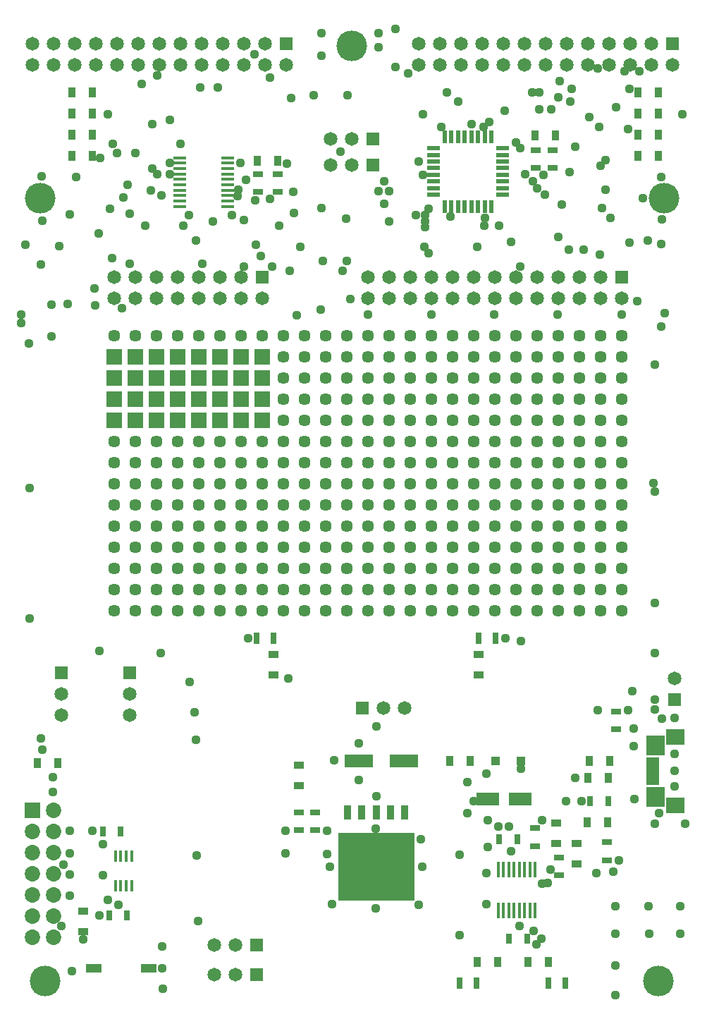
<source format=gbr>
G04 ================== begin FILE IDENTIFICATION RECORD ==================*
G04 Layout Name:  mlpmcu-Rev1.9.brd*
G04 Film Name:    LaPi-SoldermaskTop-Rev1-9-Final*
G04 File Format:  Gerber RS274X*
G04 File Origin:  Cadence Allegro 16.5-P002*
G04 Origin Date:  Wed Apr 10 14:32:15 2013*
G04 *
G04 Layer:  VIA CLASS/SOLDERMASK_TOP*
G04 Layer:  PIN/SOLDERMASK_TOP*
G04 Layer:  PACKAGE GEOMETRY/SOLDERMASK_TOP*
G04 Layer:  BOARD GEOMETRY/SOLDERMASK_TOP*
G04 *
G04 Offset:    (0.00 0.00)*
G04 Mirror:    No*
G04 Mode:      Positive*
G04 Rotation:  0*
G04 FullContactRelief:  No*
G04 UndefLineWidth:     0.00*
G04 ================== end FILE IDENTIFICATION RECORD ====================*
%FSAX25Y25*MOIN*%
%IR0*IPPOS*OFA0.00000B0.00000*MIA0B0*SFA1.00000B1.00000*%
%ADD27C,.026*%
%ADD12C,.044*%
%ADD11C,.073*%
%ADD13R,.073X.073*%
%ADD33R,.10866X.0622*%
%ADD29R,.13819X.06102*%
%ADD22R,.075X.075*%
%ADD21C,.05709*%
%ADD15C,.06496*%
%ADD16R,.06496X.06496*%
%ADD36R,.063X.026*%
%ADD10C,.145*%
%ADD37R,.085X.073*%
%ADD34R,.04016X.04055*%
%ADD35R,.089X.093*%
%ADD30R,.02087X.06142*%
%ADD23R,.06063X.01535*%
%ADD31R,.06142X.02087*%
%ADD26R,.35551X.31732*%
%ADD19R,.07441X.04055*%
%ADD14R,.0374X.05157*%
%ADD17R,.05157X.0374*%
%ADD32R,.01614X.07756*%
%ADD20R,.01575X.05591*%
%ADD24R,.02992X.05354*%
%ADD18R,.02598X.05157*%
%ADD28R,.03622X.06969*%
%ADD25R,.05157X.02598*%
G75*
%LPD*%
G75*
G36*
G01X0153500Y0085000D02*
Y0053000D01*
X0189500D01*
Y0085000D01*
X0153500D01*
G37*
G54D10*
X0015000Y0015000D03*
X0012500Y0385000D03*
X0160000Y0457000D03*
X0305000Y0015000D03*
X0307500Y0385000D03*
G54D20*
X0048161Y0073969D03*
X0050720D03*
X0053280D03*
X0055839D03*
Y0060031D03*
X0053280D03*
X0050720D03*
X0048161D03*
G54D11*
X0019000Y0035500D03*
X0009000D03*
X0019000Y0045500D03*
X0009000D03*
X0019000Y0055500D03*
X0009000D03*
X0019000Y0065500D03*
X0009000D03*
X0019000Y0075500D03*
X0009000D03*
X0019000Y0085500D03*
X0009000D03*
X0019000Y0095500D03*
G54D30*
X0210276Y0381043D03*
X0207126D03*
X0203976D03*
Y0413957D03*
X0207126D03*
X0210276D03*
X0226024Y0381043D03*
X0222874D03*
X0219724D03*
X0216575D03*
X0213425D03*
Y0413957D03*
X0216575D03*
X0219724D03*
X0222874D03*
X0226024D03*
G54D21*
X0057500Y0190000D03*
X0047500D03*
X0057500Y0220000D03*
Y0210000D03*
Y0200000D03*
X0047500Y0220000D03*
Y0210000D03*
Y0200000D03*
X0057500Y0250000D03*
Y0240000D03*
Y0230000D03*
X0047500Y0250000D03*
Y0240000D03*
Y0230000D03*
X0057500Y0270000D03*
Y0260000D03*
X0047500Y0270000D03*
Y0260000D03*
X0057500Y0320000D03*
X0047500D03*
X0087500Y0190000D03*
X0077500D03*
X0067500D03*
X0087500Y0220000D03*
Y0210000D03*
Y0200000D03*
X0077500Y0220000D03*
Y0210000D03*
Y0200000D03*
X0067500Y0220000D03*
Y0210000D03*
Y0200000D03*
X0087500Y0250000D03*
Y0240000D03*
Y0230000D03*
X0077500Y0250000D03*
Y0240000D03*
Y0230000D03*
X0067500Y0250000D03*
Y0240000D03*
Y0230000D03*
X0087500Y0270000D03*
Y0260000D03*
X0077500Y0270000D03*
Y0260000D03*
X0067500Y0270000D03*
Y0260000D03*
X0087500Y0320000D03*
X0077500D03*
X0067500D03*
X0117500Y0190000D03*
X0107500D03*
X0097500D03*
X0117500Y0220000D03*
Y0210000D03*
Y0200000D03*
X0107500Y0220000D03*
Y0210000D03*
Y0200000D03*
X0097500Y0220000D03*
Y0210000D03*
Y0200000D03*
X0117500Y0250000D03*
Y0240000D03*
Y0230000D03*
X0107500Y0250000D03*
Y0240000D03*
Y0230000D03*
X0097500Y0250000D03*
Y0240000D03*
Y0230000D03*
X0117500Y0270000D03*
Y0260000D03*
X0107500Y0270000D03*
Y0260000D03*
X0097500Y0270000D03*
Y0260000D03*
X0117500Y0320000D03*
X0107500D03*
X0097500D03*
X0147500Y0190000D03*
X0137500D03*
X0127500D03*
X0147500Y0220000D03*
Y0210000D03*
Y0200000D03*
X0137500Y0220000D03*
Y0210000D03*
Y0200000D03*
X0127500Y0220000D03*
Y0210000D03*
Y0200000D03*
X0147500Y0250000D03*
Y0240000D03*
Y0230000D03*
X0137500Y0250000D03*
Y0240000D03*
Y0230000D03*
X0127500Y0250000D03*
Y0240000D03*
Y0230000D03*
X0147500Y0280000D03*
Y0270000D03*
Y0260000D03*
X0137500Y0280000D03*
Y0270000D03*
Y0260000D03*
X0127500Y0280000D03*
Y0270000D03*
Y0260000D03*
X0147500Y0310000D03*
Y0300000D03*
Y0290000D03*
X0137500Y0310000D03*
Y0300000D03*
Y0290000D03*
X0127500Y0310000D03*
Y0300000D03*
Y0290000D03*
X0147500Y0320000D03*
X0137500D03*
X0127500D03*
X0177500Y0190000D03*
X0167500D03*
X0157500D03*
X0177500Y0220000D03*
Y0210000D03*
Y0200000D03*
X0167500Y0220000D03*
Y0210000D03*
Y0200000D03*
X0157500Y0220000D03*
Y0210000D03*
Y0200000D03*
X0177500Y0250000D03*
Y0240000D03*
Y0230000D03*
X0167500Y0250000D03*
Y0240000D03*
Y0230000D03*
X0157500Y0250000D03*
Y0240000D03*
Y0230000D03*
X0177500Y0280000D03*
Y0270000D03*
Y0260000D03*
X0167500Y0280000D03*
Y0270000D03*
Y0260000D03*
X0157500Y0280000D03*
Y0270000D03*
Y0260000D03*
X0177500Y0310000D03*
Y0300000D03*
Y0290000D03*
X0167500Y0310000D03*
Y0300000D03*
Y0290000D03*
X0157500Y0310000D03*
Y0300000D03*
Y0290000D03*
X0177500Y0320000D03*
X0167500D03*
X0157500D03*
X0207500Y0190000D03*
X0197500D03*
X0187500D03*
X0207500Y0220000D03*
Y0210000D03*
Y0200000D03*
X0197500Y0220000D03*
Y0210000D03*
Y0200000D03*
X0187500Y0220000D03*
Y0210000D03*
Y0200000D03*
X0207500Y0250000D03*
Y0240000D03*
Y0230000D03*
X0197500Y0250000D03*
Y0240000D03*
Y0230000D03*
X0187500Y0250000D03*
Y0240000D03*
Y0230000D03*
X0207500Y0280000D03*
Y0270000D03*
Y0260000D03*
X0197500Y0280000D03*
Y0270000D03*
Y0260000D03*
X0187500Y0280000D03*
Y0270000D03*
Y0260000D03*
X0207500Y0310000D03*
Y0300000D03*
Y0290000D03*
X0197500Y0310000D03*
Y0300000D03*
Y0290000D03*
X0187500Y0310000D03*
Y0300000D03*
Y0290000D03*
X0207500Y0320000D03*
X0197500D03*
X0187500D03*
X0237500Y0190000D03*
X0227500D03*
X0217500D03*
X0237500Y0220000D03*
Y0210000D03*
Y0200000D03*
X0227500Y0220000D03*
Y0210000D03*
Y0200000D03*
X0217500Y0220000D03*
Y0210000D03*
Y0200000D03*
X0237500Y0250000D03*
Y0240000D03*
Y0230000D03*
X0227500Y0250000D03*
Y0240000D03*
Y0230000D03*
X0217500Y0250000D03*
Y0240000D03*
Y0230000D03*
X0237500Y0280000D03*
Y0270000D03*
Y0260000D03*
X0227500Y0280000D03*
Y0270000D03*
Y0260000D03*
X0217500Y0280000D03*
Y0270000D03*
Y0260000D03*
X0237500Y0310000D03*
Y0300000D03*
Y0290000D03*
X0227500Y0310000D03*
Y0300000D03*
Y0290000D03*
X0217500Y0310000D03*
Y0300000D03*
Y0290000D03*
X0237500Y0320000D03*
X0227500D03*
X0217500D03*
X0267500Y0190000D03*
X0257500D03*
X0247500D03*
X0267500Y0220000D03*
Y0210000D03*
Y0200000D03*
X0257500Y0220000D03*
Y0210000D03*
Y0200000D03*
X0247500Y0220000D03*
Y0210000D03*
Y0200000D03*
X0267500Y0250000D03*
Y0240000D03*
Y0230000D03*
X0257500Y0250000D03*
Y0240000D03*
Y0230000D03*
X0247500Y0250000D03*
Y0240000D03*
Y0230000D03*
X0267500Y0280000D03*
Y0270000D03*
Y0260000D03*
X0257500Y0280000D03*
Y0270000D03*
Y0260000D03*
X0247500Y0280000D03*
Y0270000D03*
Y0260000D03*
X0267500Y0310000D03*
Y0300000D03*
Y0290000D03*
X0257500Y0310000D03*
Y0300000D03*
Y0290000D03*
X0247500Y0310000D03*
Y0300000D03*
Y0290000D03*
X0267500Y0320000D03*
X0257500D03*
X0247500D03*
X0287500Y0190000D03*
X0277500D03*
X0287500Y0220000D03*
Y0210000D03*
Y0200000D03*
X0277500Y0220000D03*
Y0210000D03*
Y0200000D03*
X0287500Y0250000D03*
Y0240000D03*
Y0230000D03*
X0277500Y0250000D03*
Y0240000D03*
Y0230000D03*
X0287500Y0280000D03*
Y0270000D03*
Y0260000D03*
X0277500Y0280000D03*
Y0270000D03*
Y0260000D03*
X0287500Y0310000D03*
Y0300000D03*
Y0290000D03*
X0277500Y0310000D03*
Y0300000D03*
Y0290000D03*
X0287500Y0320000D03*
X0277500D03*
G54D12*
X0022800Y0040800D03*
X0027721Y0019550D03*
X0026800Y0075300D03*
Y0065300D03*
Y0055300D03*
X0023650Y0069973D03*
X0018800Y0104300D03*
X0026800Y0085800D03*
X0013650Y0124179D03*
X0018800Y0111300D03*
X0013000Y0129500D03*
X0007800Y0186300D03*
Y0247800D03*
X0007300Y0316300D03*
X0025800Y0334800D03*
X0003800Y0329800D03*
X0018000Y0334500D03*
Y0319500D03*
X0003800Y0325800D03*
X0021800Y0362300D03*
X0005800Y0362800D03*
X0013800Y0374300D03*
X0013000Y0353500D03*
X0026800Y0377300D03*
X0029800Y0394800D03*
X0013300Y0395300D03*
X0040800Y0045800D03*
X0033000Y0034587D03*
X0049780Y0051023D03*
X0042300Y0064800D03*
X0044800Y0053300D03*
X0037300Y0085800D03*
X0042320Y0079465D03*
X0040800Y0170800D03*
X0038800Y0334300D03*
X0038300Y0342300D03*
X0051300Y0332800D03*
X0055048Y0353948D03*
X0040343Y0368100D03*
X0046500Y0356500D03*
X0055048Y0377500D03*
X0052002Y0385164D03*
X0040913Y0404016D03*
X0045552Y0379982D03*
X0054056Y0391220D03*
X0049099Y0406216D03*
X0057500D03*
X0046899Y0410616D03*
X0044699Y0424728D03*
X0060500Y0438881D03*
X0070800Y0011300D03*
X0087300Y0043300D03*
X0070300Y0031300D03*
Y0020800D03*
X0086800Y0074300D03*
X0086300Y0128800D03*
X0083300Y0156300D03*
X0085800Y0141800D03*
X0069800Y0169800D03*
X0080300Y0371800D03*
X0086300Y0364800D03*
X0062248Y0371801D03*
X0082888Y0376916D03*
X0089467Y0353948D03*
X0073890Y0401457D03*
X0065790Y0398898D03*
X0073890Y0396339D03*
X0067990D03*
X0065048Y0388661D03*
X0070090Y0386102D03*
X0073890Y0422000D03*
X0065790Y0420000D03*
X0079000Y0410616D03*
X0088300Y0437300D03*
X0067990Y0443052D03*
X0110969Y0177000D03*
X0114800Y0362800D03*
X0094448Y0374000D03*
X0117000Y0357648D03*
X0109009Y0352448D03*
Y0374716D03*
X0103310Y0376916D03*
X0114300Y0383800D03*
X0110000Y0393500D03*
X0121400Y0384633D03*
X0106110Y0385970D03*
X0106322Y0388870D03*
X0107410Y0401457D03*
X0096800Y0437300D03*
X0121400Y0441960D03*
X0113948Y0452748D03*
X0150800Y0051300D03*
X0148300Y0074800D03*
X0128800Y0075300D03*
X0149800Y0068800D03*
X0128800Y0085800D03*
X0148300D03*
X0151800Y0119300D03*
X0130000Y0158000D03*
X0134000Y0329500D03*
X0145300Y0332300D03*
X0135500Y0362051D03*
X0125800Y0371800D03*
X0146300Y0355300D03*
X0130500Y0350500D03*
X0122248Y0352448D03*
X0132300Y0387800D03*
X0129300Y0401300D03*
X0132800Y0377800D03*
X0145800Y0380300D03*
X0142000Y0433500D03*
X0131300Y0432300D03*
X0145800Y0452300D03*
Y0462800D03*
X0171300Y0049300D03*
X0171800Y0102300D03*
X0171300Y0086800D03*
X0171800Y0135300D03*
X0163300Y0109800D03*
Y0127300D03*
X0159300Y0337300D03*
X0167800Y0329800D03*
X0157800Y0355300D03*
X0157300Y0375300D03*
X0155600Y0350500D03*
X0177500Y0374074D03*
X0154800Y0406800D03*
X0175300Y0382221D03*
Y0392776D03*
X0177592Y0388169D03*
X0172548Y0388248D03*
X0158000Y0433500D03*
X0180800Y0446800D03*
Y0464800D03*
X0172800Y0456300D03*
Y0462800D03*
X0210965Y0036635D03*
X0191800Y0050800D03*
X0193300Y0068800D03*
X0210965Y0074665D03*
X0192800Y0081800D03*
X0197800Y0329800D03*
X0196450Y0358948D03*
X0190200Y0376972D03*
X0194600D03*
X0206583Y0376272D03*
X0194600Y0374072D03*
Y0371172D03*
X0194400Y0361848D03*
X0196450Y0379872D03*
X0191572Y0402224D03*
X0193772Y0395925D03*
X0205073Y0434828D03*
X0193772Y0424728D03*
X0210248Y0430428D03*
X0202248Y0418728D03*
X0186552Y0443822D03*
X0239260Y0040776D03*
X0223800Y0065800D03*
Y0051300D03*
X0235300Y0076300D03*
X0234300Y0087800D03*
X0224300Y0090800D03*
X0214800Y0094300D03*
X0224300Y0078300D03*
X0229300Y0087800D03*
X0217507Y0100000D03*
X0240102Y0115272D03*
X0223800Y0112800D03*
X0214800Y0108800D03*
X0240102Y0175501D03*
X0232532Y0177000D03*
X0227300Y0329800D03*
X0239700Y0352448D03*
X0222752Y0371972D03*
X0229700D03*
X0235300Y0364200D03*
X0219467Y0361848D03*
X0222874Y0375672D03*
X0242000Y0396375D03*
X0239700Y0408730D03*
X0237500Y0411268D03*
X0222331Y0418728D03*
X0216575Y0420029D03*
X0232248Y0426128D03*
X0224951Y0420928D03*
X0247300Y0032300D03*
X0249753Y0034779D03*
X0245831Y0038479D03*
X0252800Y0061300D03*
X0249879Y0060869D03*
X0253821Y0067724D03*
X0268800Y0099800D03*
X0261300Y0100000D03*
X0249879Y0091031D03*
X0265699Y0111000D03*
X0257300Y0329800D03*
X0269700Y0360500D03*
X0262752D03*
X0257500Y0366460D03*
X0259300Y0381800D03*
X0250800Y0395800D03*
X0263000Y0397375D03*
X0251248Y0386476D03*
X0247500Y0389626D03*
X0245652Y0392776D03*
X0265800Y0409300D03*
X0245216Y0434828D03*
X0257500Y0432628D03*
X0248548Y0434828D03*
Y0426928D03*
X0254448D03*
X0263152Y0430428D03*
X0264064Y0436422D03*
X0258247Y0440122D03*
X0284800Y0008300D03*
X0300800Y0037300D03*
X0284800D03*
Y0022300D03*
X0275800Y0065800D03*
X0300300Y0050300D03*
X0284800D03*
X0286300Y0071800D03*
X0283799Y0066700D03*
X0293800Y0100800D03*
X0293300Y0134300D03*
Y0125800D03*
X0292800Y0151800D03*
X0276300Y0142800D03*
X0290800D03*
X0287800Y0329800D03*
X0294948Y0336152D03*
X0291300Y0363800D03*
X0277300Y0358300D03*
X0282248Y0375461D03*
X0299848Y0365000D03*
X0297800Y0384800D03*
X0277800Y0400300D03*
X0278300Y0380300D03*
X0280000Y0389000D03*
Y0402800D03*
X0285000Y0428000D03*
X0272248Y0423128D03*
X0277101Y0418728D03*
X0291288Y0436422D03*
X0290787Y0417501D03*
X0289000Y0445000D03*
X0296000D03*
X0276448Y0446164D03*
X0315300Y0037300D03*
Y0050300D03*
X0312800Y0106800D03*
X0305300Y0094300D03*
X0303300Y0089300D03*
X0317800D03*
X0312800Y0122300D03*
Y0114300D03*
X0306800Y0138800D03*
X0303300Y0143300D03*
X0312800Y0139300D03*
X0303300Y0148000D03*
Y0169800D03*
Y0193700D03*
X0302800Y0250300D03*
X0303300Y0246300D03*
Y0306300D03*
X0308000Y0330500D03*
X0306300Y0324300D03*
X0306800Y0374800D03*
X0306300Y0363300D03*
Y0394800D03*
X0316248Y0424628D03*
G54D31*
X0198543Y0386476D03*
Y0389626D03*
Y0392776D03*
Y0395925D03*
Y0399075D03*
Y0402224D03*
Y0405374D03*
Y0408524D03*
X0231457Y0405374D03*
Y0402224D03*
Y0399075D03*
Y0395925D03*
Y0392776D03*
Y0389626D03*
Y0386476D03*
Y0408524D03*
G54D22*
X0057500Y0280000D03*
X0047500D03*
X0057500Y0310000D03*
Y0300000D03*
Y0290000D03*
X0047500Y0310000D03*
Y0300000D03*
Y0290000D03*
X0087500Y0280000D03*
X0077500D03*
X0067500D03*
X0087500Y0310000D03*
Y0300000D03*
Y0290000D03*
X0077500Y0310000D03*
Y0300000D03*
Y0290000D03*
X0067500Y0310000D03*
Y0300000D03*
Y0290000D03*
X0117500Y0280000D03*
X0107500D03*
X0097500D03*
X0117500Y0310000D03*
Y0300000D03*
Y0290000D03*
X0107500Y0310000D03*
Y0300000D03*
Y0290000D03*
X0097500Y0310000D03*
Y0300000D03*
Y0290000D03*
G54D13*
X0009000Y0095500D03*
G54D32*
X0239260Y0048276D03*
X0236740D03*
X0234260D03*
X0231740D03*
X0229260D03*
Y0067724D03*
X0231740D03*
X0234260D03*
X0236740D03*
X0239260D03*
X0246740Y0048276D03*
X0244260D03*
X0241740D03*
Y0067724D03*
X0244260D03*
X0246740D03*
G54D14*
X0011157Y0118000D03*
X0020843D03*
X0027657Y0405000D03*
Y0415000D03*
Y0425000D03*
Y0435000D03*
X0037343Y0405000D03*
Y0415000D03*
Y0425000D03*
Y0435000D03*
X0115157Y0402500D03*
X0124843D03*
X0206157Y0119000D03*
X0228843Y0024000D03*
X0219157D03*
X0215843Y0119000D03*
X0243157Y0024000D03*
X0252843D03*
X0271157Y0090000D03*
X0271657Y0111000D03*
X0246657Y0414500D03*
X0256343D03*
X0280843Y0090000D03*
X0281843Y0119000D03*
X0272157D03*
X0281343Y0111000D03*
X0295157Y0405000D03*
Y0415000D03*
Y0425000D03*
Y0435000D03*
X0304843Y0405000D03*
Y0415000D03*
Y0425000D03*
Y0435000D03*
G54D23*
X0078622Y0380984D03*
Y0383543D03*
Y0386102D03*
Y0388661D03*
Y0391220D03*
Y0393780D03*
Y0396339D03*
Y0398898D03*
Y0401457D03*
Y0404016D03*
X0101378D03*
Y0401457D03*
Y0398898D03*
Y0396339D03*
Y0393780D03*
Y0391220D03*
Y0388661D03*
Y0386102D03*
Y0383543D03*
Y0380984D03*
G54D24*
X0114965Y0177000D03*
X0123035D03*
X0210965Y0013800D03*
X0219035D03*
X0219965Y0177000D03*
X0228035D03*
X0252865Y0013800D03*
X0260935D03*
G54D15*
X0022500Y0140500D03*
Y0150500D03*
X0009000Y0448000D03*
Y0458000D03*
X0019000Y0448000D03*
Y0458000D03*
X0029000Y0448000D03*
Y0458000D03*
X0055000Y0140500D03*
Y0150500D03*
X0047500Y0337500D03*
Y0347500D03*
X0057500Y0337500D03*
Y0347500D03*
X0039000Y0448000D03*
Y0458000D03*
X0049000Y0448000D03*
Y0458000D03*
X0059000Y0448000D03*
Y0458000D03*
X0067500Y0337500D03*
Y0347500D03*
X0077500Y0337500D03*
Y0347500D03*
X0087500Y0337500D03*
Y0347500D03*
X0069000Y0448000D03*
Y0458000D03*
X0079000Y0448000D03*
Y0458000D03*
X0089000Y0448000D03*
Y0458000D03*
X0095000Y0018000D03*
X0105000D03*
X0095000Y0032000D03*
X0105000D03*
X0097500Y0337500D03*
Y0347500D03*
X0107500Y0337500D03*
Y0347500D03*
X0117500Y0337500D03*
X0099000Y0448000D03*
Y0458000D03*
X0109000Y0448000D03*
Y0458000D03*
X0119000Y0448000D03*
Y0458000D03*
X0150000Y0400500D03*
Y0413000D03*
X0129000Y0448000D03*
X0175000Y0144000D03*
X0167500Y0337500D03*
Y0347500D03*
X0177500Y0337500D03*
Y0347500D03*
X0160000Y0400500D03*
Y0413000D03*
X0185000Y0144000D03*
X0187500Y0337500D03*
Y0347500D03*
X0197500Y0337500D03*
Y0347500D03*
X0207500Y0337500D03*
Y0347500D03*
X0191500Y0448000D03*
Y0458000D03*
X0201500Y0448000D03*
Y0458000D03*
X0211500Y0448000D03*
Y0458000D03*
X0217500Y0337500D03*
Y0347500D03*
X0227500Y0337500D03*
Y0347500D03*
X0237500Y0337500D03*
Y0347500D03*
X0221500Y0448000D03*
Y0458000D03*
X0231500Y0448000D03*
Y0458000D03*
X0241500Y0448000D03*
Y0458000D03*
X0247500Y0337500D03*
Y0347500D03*
X0257500Y0337500D03*
Y0347500D03*
X0267500Y0337500D03*
Y0347500D03*
X0251500Y0448000D03*
Y0458000D03*
X0261500Y0448000D03*
Y0458000D03*
X0271500Y0448000D03*
Y0458000D03*
X0277500Y0337500D03*
Y0347500D03*
X0287500Y0337500D03*
X0281500Y0448000D03*
Y0458000D03*
X0291500Y0448000D03*
Y0458000D03*
X0301500Y0448000D03*
Y0458000D03*
X0312500Y0158000D03*
X0311500Y0448000D03*
G54D33*
X0224441Y0101000D03*
X0239559D03*
G54D25*
X0115500Y0396232D03*
Y0387768D03*
X0135000Y0094732D03*
Y0086268D03*
X0142500Y0094732D03*
Y0086268D03*
X0125000Y0396232D03*
Y0387768D03*
X0258100Y0073232D03*
Y0064768D03*
X0246500Y0078668D03*
Y0087132D03*
X0247000Y0399268D03*
X0255000D03*
X0247000Y0407732D03*
X0255000D03*
X0280800Y0071968D03*
Y0080432D03*
X0285000Y0133768D03*
Y0142232D03*
G54D34*
X0240102Y0119000D03*
X0227898D03*
G54D16*
X0022500Y0160500D03*
X0055000D03*
X0115000Y0018000D03*
Y0032000D03*
X0117500Y0347500D03*
X0129000Y0458000D03*
X0165000Y0144000D03*
X0170000Y0400500D03*
Y0413000D03*
X0287500Y0347500D03*
X0312500Y0148000D03*
X0311500Y0458000D03*
G54D17*
X0033000Y0038157D03*
Y0047843D03*
X0135000Y0116843D03*
Y0107157D03*
X0123000Y0159657D03*
Y0169343D03*
X0220000Y0159657D03*
Y0169343D03*
X0266400Y0070157D03*
Y0079843D03*
X0256800Y0089443D03*
Y0079757D03*
G54D26*
X0171500Y0068896D03*
G54D35*
X0303748Y0101795D03*
Y0126205D03*
G54D18*
X0053732Y0045800D03*
X0045268D03*
X0050632Y0085600D03*
X0042168D03*
X0234368Y0034800D03*
X0238232Y0082000D03*
X0229768D03*
X0242832Y0034800D03*
X0281232Y0100000D03*
X0272768D03*
G54D36*
X0302469Y0108882D03*
Y0111441D03*
Y0114000D03*
Y0116559D03*
Y0119118D03*
G54D27*
X0171500Y0068896D03*
X0180300Y0069300D03*
Y0061300D03*
X0162300Y0060800D03*
Y0068800D03*
X0171300Y0060800D03*
X0175800Y0072800D03*
X0166800D03*
X0158300D03*
Y0064800D03*
X0166800D03*
X0175800D03*
Y0056800D03*
X0167300D03*
X0157800D03*
X0171300Y0077300D03*
X0158300Y0080800D03*
X0166800D03*
X0175800D03*
X0180300Y0076800D03*
X0162300D03*
X0184800Y0072800D03*
Y0064800D03*
Y0056800D03*
Y0080800D03*
G54D28*
X0157957Y0094486D03*
X0164728D03*
X0171500D03*
X0178272D03*
X0185043D03*
G54D19*
X0037949Y0021000D03*
X0064051D03*
G54D37*
X0313000Y0097858D03*
Y0130142D03*
G54D29*
X0163370Y0119000D03*
X0184630D03*
M02*

</source>
